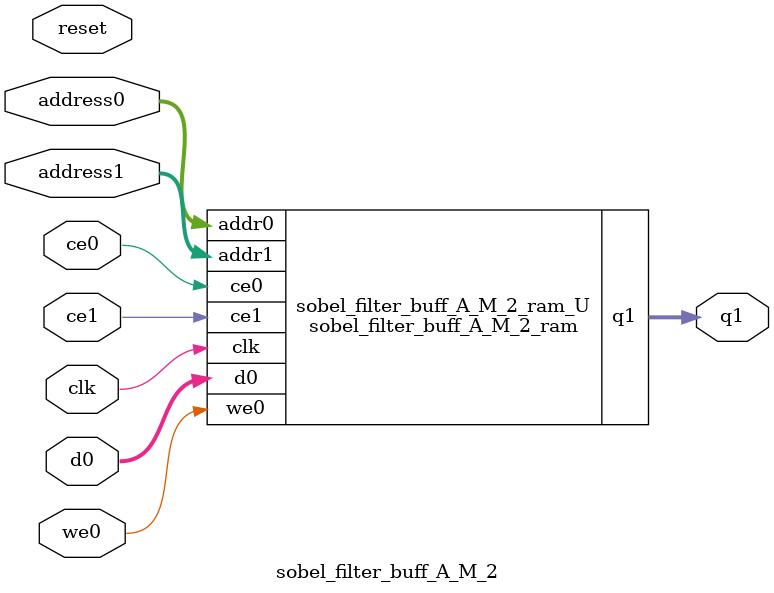
<source format=v>

`timescale 1 ns / 1 ps
module sobel_filter_buff_A_M_2_ram (addr0, ce0, d0, we0, addr1, ce1, q1,  clk);

parameter DWIDTH = 8;
parameter AWIDTH = 11;
parameter MEM_SIZE = 1920;

input[AWIDTH-1:0] addr0;
input ce0;
input[DWIDTH-1:0] d0;
input we0;
input[AWIDTH-1:0] addr1;
input ce1;
output reg[DWIDTH-1:0] q1;
input clk;

(* ram_style = "block" *)reg [DWIDTH-1:0] ram[MEM_SIZE-1:0];




always @(posedge clk)  
begin 
    if (ce0) 
    begin
        if (we0) 
        begin 
            ram[addr0] <= d0; 
        end 
    end
end


always @(posedge clk)  
begin 
    if (ce1) 
    begin
            q1 <= ram[addr1];
    end
end


endmodule


`timescale 1 ns / 1 ps
module sobel_filter_buff_A_M_2(
    reset,
    clk,
    address0,
    ce0,
    we0,
    d0,
    address1,
    ce1,
    q1);

parameter DataWidth = 32'd8;
parameter AddressRange = 32'd1920;
parameter AddressWidth = 32'd11;
input reset;
input clk;
input[AddressWidth - 1:0] address0;
input ce0;
input we0;
input[DataWidth - 1:0] d0;
input[AddressWidth - 1:0] address1;
input ce1;
output[DataWidth - 1:0] q1;




sobel_filter_buff_A_M_2_ram sobel_filter_buff_A_M_2_ram_U(
    .clk( clk ),
    .addr0( address0 ),
    .ce0( ce0 ),
    .d0( d0 ),
    .we0( we0 ),
    .addr1( address1 ),
    .ce1( ce1 ),
    .q1( q1 ));

endmodule


</source>
